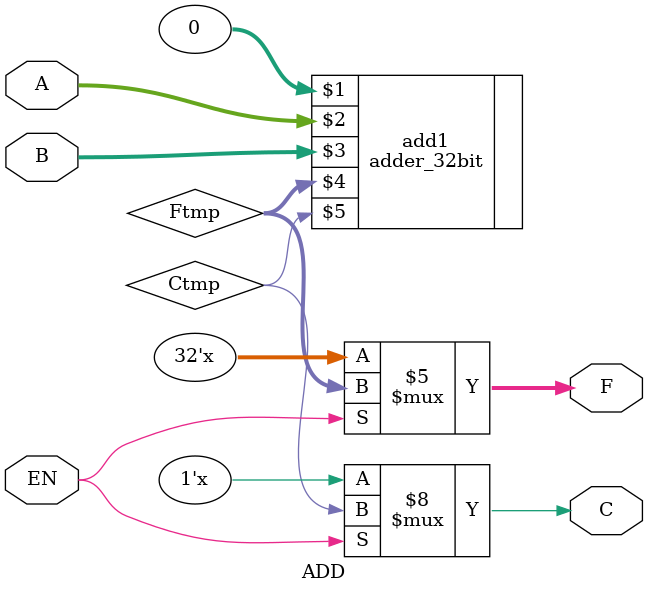
<source format=v>
`timescale 1ns / 1ps


module ADD(
    F,C,A,B,EN
    );
    output reg [31:0]F;
    output reg C;
    input [31:0]A,B;
    input EN;
    
    wire[31:0] Ftmp;
    wire Ctmp;
    adder_32bit add1(0,A,B,Ftmp,Ctmp);
    
    always @(A,B,EN) begin
        if (EN==0) begin C=1'bz;F=32'bz;end
        //else {C,F}=A+B;
        else begin C=Ctmp;F=Ftmp;end
    end
endmodule

</source>
